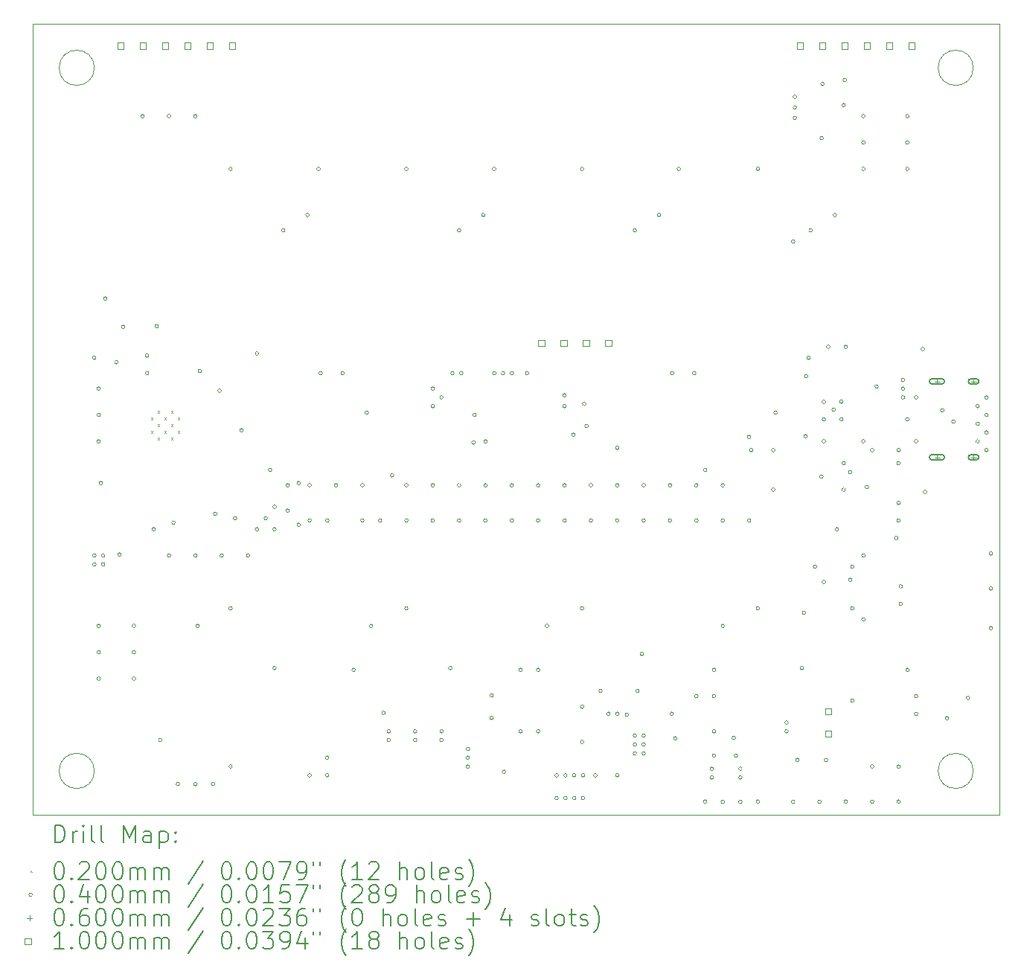
<source format=gbr>
%TF.GenerationSoftware,KiCad,Pcbnew,(6.0.10-0)*%
%TF.CreationDate,2023-01-31T00:07:47+01:00*%
%TF.ProjectId,breast-module-proto-v1,62726561-7374-42d6-9d6f-64756c652d70,Proto V1*%
%TF.SameCoordinates,Original*%
%TF.FileFunction,Drillmap*%
%TF.FilePolarity,Positive*%
%FSLAX45Y45*%
G04 Gerber Fmt 4.5, Leading zero omitted, Abs format (unit mm)*
G04 Created by KiCad (PCBNEW (6.0.10-0)) date 2023-01-31 00:07:47*
%MOMM*%
%LPD*%
G01*
G04 APERTURE LIST*
%ADD10C,0.100000*%
%ADD11C,0.200000*%
%ADD12C,0.020000*%
%ADD13C,0.040000*%
%ADD14C,0.060000*%
G04 APERTURE END LIST*
D10*
X19750000Y-5650000D02*
G75*
G03*
X19750000Y-5650000I-200000J0D01*
G01*
X9050000Y-14150000D02*
X20050000Y-14150000D01*
X20050000Y-14150000D02*
X20050000Y-5150000D01*
X20050000Y-5150000D02*
X9050000Y-5150000D01*
X9050000Y-5150000D02*
X9050000Y-14150000D01*
X9750000Y-13650000D02*
G75*
G03*
X9750000Y-13650000I-200000J0D01*
G01*
X19750000Y-13650000D02*
G75*
G03*
X19750000Y-13650000I-200000J0D01*
G01*
X9750000Y-5650000D02*
G75*
G03*
X9750000Y-5650000I-200000J0D01*
G01*
D11*
D12*
X10396500Y-9631750D02*
X10416500Y-9651750D01*
X10416500Y-9631750D02*
X10396500Y-9651750D01*
X10396500Y-9784250D02*
X10416500Y-9804250D01*
X10416500Y-9784250D02*
X10396500Y-9804250D01*
X10472750Y-9555500D02*
X10492750Y-9575500D01*
X10492750Y-9555500D02*
X10472750Y-9575500D01*
X10472750Y-9708000D02*
X10492750Y-9728000D01*
X10492750Y-9708000D02*
X10472750Y-9728000D01*
X10472750Y-9860500D02*
X10492750Y-9880500D01*
X10492750Y-9860500D02*
X10472750Y-9880500D01*
X10549000Y-9631750D02*
X10569000Y-9651750D01*
X10569000Y-9631750D02*
X10549000Y-9651750D01*
X10549000Y-9784250D02*
X10569000Y-9804250D01*
X10569000Y-9784250D02*
X10549000Y-9804250D01*
X10625250Y-9555500D02*
X10645250Y-9575500D01*
X10645250Y-9555500D02*
X10625250Y-9575500D01*
X10625250Y-9708000D02*
X10645250Y-9728000D01*
X10645250Y-9708000D02*
X10625250Y-9728000D01*
X10625250Y-9860500D02*
X10645250Y-9880500D01*
X10645250Y-9860500D02*
X10625250Y-9880500D01*
X10701500Y-9631750D02*
X10721500Y-9651750D01*
X10721500Y-9631750D02*
X10701500Y-9651750D01*
X10701500Y-9784250D02*
X10721500Y-9804250D01*
X10721500Y-9784250D02*
X10701500Y-9804250D01*
D13*
X9770000Y-8950000D02*
G75*
G03*
X9770000Y-8950000I-20000J0D01*
G01*
X9770000Y-11200000D02*
G75*
G03*
X9770000Y-11200000I-20000J0D01*
G01*
X9770000Y-11300000D02*
G75*
G03*
X9770000Y-11300000I-20000J0D01*
G01*
X9820000Y-9300000D02*
G75*
G03*
X9820000Y-9300000I-20000J0D01*
G01*
X9820000Y-9600000D02*
G75*
G03*
X9820000Y-9600000I-20000J0D01*
G01*
X9820000Y-9900000D02*
G75*
G03*
X9820000Y-9900000I-20000J0D01*
G01*
X9820000Y-12000000D02*
G75*
G03*
X9820000Y-12000000I-20000J0D01*
G01*
X9820000Y-12300000D02*
G75*
G03*
X9820000Y-12300000I-20000J0D01*
G01*
X9820000Y-12600000D02*
G75*
G03*
X9820000Y-12600000I-20000J0D01*
G01*
X9845000Y-10375000D02*
G75*
G03*
X9845000Y-10375000I-20000J0D01*
G01*
X9870000Y-11200000D02*
G75*
G03*
X9870000Y-11200000I-20000J0D01*
G01*
X9870000Y-11300000D02*
G75*
G03*
X9870000Y-11300000I-20000J0D01*
G01*
X9895000Y-8275000D02*
G75*
G03*
X9895000Y-8275000I-20000J0D01*
G01*
X10020000Y-9000000D02*
G75*
G03*
X10020000Y-9000000I-20000J0D01*
G01*
X10057500Y-11187500D02*
G75*
G03*
X10057500Y-11187500I-20000J0D01*
G01*
X10099000Y-8596000D02*
G75*
G03*
X10099000Y-8596000I-20000J0D01*
G01*
X10220000Y-12000000D02*
G75*
G03*
X10220000Y-12000000I-20000J0D01*
G01*
X10220000Y-12300000D02*
G75*
G03*
X10220000Y-12300000I-20000J0D01*
G01*
X10220000Y-12600000D02*
G75*
G03*
X10220000Y-12600000I-20000J0D01*
G01*
X10320000Y-6200000D02*
G75*
G03*
X10320000Y-6200000I-20000J0D01*
G01*
X10370000Y-8925000D02*
G75*
G03*
X10370000Y-8925000I-20000J0D01*
G01*
X10370000Y-9125000D02*
G75*
G03*
X10370000Y-9125000I-20000J0D01*
G01*
X10445000Y-10900000D02*
G75*
G03*
X10445000Y-10900000I-20000J0D01*
G01*
X10480000Y-8590000D02*
G75*
G03*
X10480000Y-8590000I-20000J0D01*
G01*
X10520000Y-13300000D02*
G75*
G03*
X10520000Y-13300000I-20000J0D01*
G01*
X10620000Y-6200000D02*
G75*
G03*
X10620000Y-6200000I-20000J0D01*
G01*
X10620000Y-11200000D02*
G75*
G03*
X10620000Y-11200000I-20000J0D01*
G01*
X10670000Y-10825000D02*
G75*
G03*
X10670000Y-10825000I-20000J0D01*
G01*
X10720000Y-13800000D02*
G75*
G03*
X10720000Y-13800000I-20000J0D01*
G01*
X10920000Y-6200000D02*
G75*
G03*
X10920000Y-6200000I-20000J0D01*
G01*
X10920000Y-11200000D02*
G75*
G03*
X10920000Y-11200000I-20000J0D01*
G01*
X10920000Y-13800000D02*
G75*
G03*
X10920000Y-13800000I-20000J0D01*
G01*
X10945000Y-12000000D02*
G75*
G03*
X10945000Y-12000000I-20000J0D01*
G01*
X10970000Y-9100000D02*
G75*
G03*
X10970000Y-9100000I-20000J0D01*
G01*
X11120000Y-13800000D02*
G75*
G03*
X11120000Y-13800000I-20000J0D01*
G01*
X11145000Y-10725000D02*
G75*
G03*
X11145000Y-10725000I-20000J0D01*
G01*
X11195000Y-9325000D02*
G75*
G03*
X11195000Y-9325000I-20000J0D01*
G01*
X11220000Y-11200000D02*
G75*
G03*
X11220000Y-11200000I-20000J0D01*
G01*
X11320000Y-6800000D02*
G75*
G03*
X11320000Y-6800000I-20000J0D01*
G01*
X11320000Y-11800000D02*
G75*
G03*
X11320000Y-11800000I-20000J0D01*
G01*
X11320000Y-13600000D02*
G75*
G03*
X11320000Y-13600000I-20000J0D01*
G01*
X11370000Y-10775000D02*
G75*
G03*
X11370000Y-10775000I-20000J0D01*
G01*
X11445000Y-9775000D02*
G75*
G03*
X11445000Y-9775000I-20000J0D01*
G01*
X11520000Y-11200000D02*
G75*
G03*
X11520000Y-11200000I-20000J0D01*
G01*
X11620000Y-8900000D02*
G75*
G03*
X11620000Y-8900000I-20000J0D01*
G01*
X11620000Y-10900000D02*
G75*
G03*
X11620000Y-10900000I-20000J0D01*
G01*
X11720000Y-10775000D02*
G75*
G03*
X11720000Y-10775000I-20000J0D01*
G01*
X11770000Y-10225000D02*
G75*
G03*
X11770000Y-10225000I-20000J0D01*
G01*
X11820000Y-10900000D02*
G75*
G03*
X11820000Y-10900000I-20000J0D01*
G01*
X11820000Y-12480000D02*
G75*
G03*
X11820000Y-12480000I-20000J0D01*
G01*
X11821371Y-10643050D02*
G75*
G03*
X11821371Y-10643050I-20000J0D01*
G01*
X11920000Y-7500000D02*
G75*
G03*
X11920000Y-7500000I-20000J0D01*
G01*
X11970000Y-10400000D02*
G75*
G03*
X11970000Y-10400000I-20000J0D01*
G01*
X11970000Y-10688450D02*
G75*
G03*
X11970000Y-10688450I-20000J0D01*
G01*
X12095000Y-10375000D02*
G75*
G03*
X12095000Y-10375000I-20000J0D01*
G01*
X12095000Y-10850000D02*
G75*
G03*
X12095000Y-10850000I-20000J0D01*
G01*
X12195000Y-7325000D02*
G75*
G03*
X12195000Y-7325000I-20000J0D01*
G01*
X12220000Y-10400000D02*
G75*
G03*
X12220000Y-10400000I-20000J0D01*
G01*
X12220000Y-10800000D02*
G75*
G03*
X12220000Y-10800000I-20000J0D01*
G01*
X12220000Y-13700000D02*
G75*
G03*
X12220000Y-13700000I-20000J0D01*
G01*
X12320000Y-6800000D02*
G75*
G03*
X12320000Y-6800000I-20000J0D01*
G01*
X12345000Y-9125000D02*
G75*
G03*
X12345000Y-9125000I-20000J0D01*
G01*
X12420000Y-10800000D02*
G75*
G03*
X12420000Y-10800000I-20000J0D01*
G01*
X12420000Y-13500000D02*
G75*
G03*
X12420000Y-13500000I-20000J0D01*
G01*
X12420000Y-13700000D02*
G75*
G03*
X12420000Y-13700000I-20000J0D01*
G01*
X12520000Y-10400000D02*
G75*
G03*
X12520000Y-10400000I-20000J0D01*
G01*
X12595000Y-9125000D02*
G75*
G03*
X12595000Y-9125000I-20000J0D01*
G01*
X12720000Y-12500000D02*
G75*
G03*
X12720000Y-12500000I-20000J0D01*
G01*
X12820000Y-10400000D02*
G75*
G03*
X12820000Y-10400000I-20000J0D01*
G01*
X12820000Y-10800000D02*
G75*
G03*
X12820000Y-10800000I-20000J0D01*
G01*
X12870000Y-9575000D02*
G75*
G03*
X12870000Y-9575000I-20000J0D01*
G01*
X12920000Y-12000000D02*
G75*
G03*
X12920000Y-12000000I-20000J0D01*
G01*
X13020000Y-10800000D02*
G75*
G03*
X13020000Y-10800000I-20000J0D01*
G01*
X13060000Y-12990000D02*
G75*
G03*
X13060000Y-12990000I-20000J0D01*
G01*
X13120000Y-13200000D02*
G75*
G03*
X13120000Y-13200000I-20000J0D01*
G01*
X13120000Y-13300000D02*
G75*
G03*
X13120000Y-13300000I-20000J0D01*
G01*
X13157500Y-10287500D02*
G75*
G03*
X13157500Y-10287500I-20000J0D01*
G01*
X13320000Y-6800000D02*
G75*
G03*
X13320000Y-6800000I-20000J0D01*
G01*
X13320000Y-10400000D02*
G75*
G03*
X13320000Y-10400000I-20000J0D01*
G01*
X13320000Y-10800000D02*
G75*
G03*
X13320000Y-10800000I-20000J0D01*
G01*
X13320000Y-11800000D02*
G75*
G03*
X13320000Y-11800000I-20000J0D01*
G01*
X13420000Y-13200000D02*
G75*
G03*
X13420000Y-13200000I-20000J0D01*
G01*
X13420000Y-13300000D02*
G75*
G03*
X13420000Y-13300000I-20000J0D01*
G01*
X13620000Y-9300000D02*
G75*
G03*
X13620000Y-9300000I-20000J0D01*
G01*
X13620000Y-9500000D02*
G75*
G03*
X13620000Y-9500000I-20000J0D01*
G01*
X13620000Y-10400000D02*
G75*
G03*
X13620000Y-10400000I-20000J0D01*
G01*
X13620000Y-10800000D02*
G75*
G03*
X13620000Y-10800000I-20000J0D01*
G01*
X13720000Y-9400000D02*
G75*
G03*
X13720000Y-9400000I-20000J0D01*
G01*
X13720000Y-13200000D02*
G75*
G03*
X13720000Y-13200000I-20000J0D01*
G01*
X13720000Y-13300000D02*
G75*
G03*
X13720000Y-13300000I-20000J0D01*
G01*
X13820000Y-12480000D02*
G75*
G03*
X13820000Y-12480000I-20000J0D01*
G01*
X13845000Y-9125000D02*
G75*
G03*
X13845000Y-9125000I-20000J0D01*
G01*
X13920000Y-7500000D02*
G75*
G03*
X13920000Y-7500000I-20000J0D01*
G01*
X13920000Y-10400000D02*
G75*
G03*
X13920000Y-10400000I-20000J0D01*
G01*
X13920000Y-10800000D02*
G75*
G03*
X13920000Y-10800000I-20000J0D01*
G01*
X13945000Y-9125000D02*
G75*
G03*
X13945000Y-9125000I-20000J0D01*
G01*
X14020000Y-13400000D02*
G75*
G03*
X14020000Y-13400000I-20000J0D01*
G01*
X14020000Y-13500000D02*
G75*
G03*
X14020000Y-13500000I-20000J0D01*
G01*
X14020000Y-13600000D02*
G75*
G03*
X14020000Y-13600000I-20000J0D01*
G01*
X14084000Y-9914000D02*
G75*
G03*
X14084000Y-9914000I-20000J0D01*
G01*
X14095000Y-9600000D02*
G75*
G03*
X14095000Y-9600000I-20000J0D01*
G01*
X14195000Y-7325000D02*
G75*
G03*
X14195000Y-7325000I-20000J0D01*
G01*
X14220000Y-9900000D02*
G75*
G03*
X14220000Y-9900000I-20000J0D01*
G01*
X14220000Y-10400000D02*
G75*
G03*
X14220000Y-10400000I-20000J0D01*
G01*
X14220000Y-10800000D02*
G75*
G03*
X14220000Y-10800000I-20000J0D01*
G01*
X14290000Y-12790000D02*
G75*
G03*
X14290000Y-12790000I-20000J0D01*
G01*
X14290000Y-13047650D02*
G75*
G03*
X14290000Y-13047650I-20000J0D01*
G01*
X14320000Y-6800000D02*
G75*
G03*
X14320000Y-6800000I-20000J0D01*
G01*
X14320000Y-9125000D02*
G75*
G03*
X14320000Y-9125000I-20000J0D01*
G01*
X14420000Y-9125000D02*
G75*
G03*
X14420000Y-9125000I-20000J0D01*
G01*
X14430000Y-13660000D02*
G75*
G03*
X14430000Y-13660000I-20000J0D01*
G01*
X14520000Y-9125000D02*
G75*
G03*
X14520000Y-9125000I-20000J0D01*
G01*
X14520000Y-10400000D02*
G75*
G03*
X14520000Y-10400000I-20000J0D01*
G01*
X14520000Y-10800000D02*
G75*
G03*
X14520000Y-10800000I-20000J0D01*
G01*
X14620000Y-12500000D02*
G75*
G03*
X14620000Y-12500000I-20000J0D01*
G01*
X14620000Y-13200000D02*
G75*
G03*
X14620000Y-13200000I-20000J0D01*
G01*
X14695000Y-9125000D02*
G75*
G03*
X14695000Y-9125000I-20000J0D01*
G01*
X14820000Y-10400000D02*
G75*
G03*
X14820000Y-10400000I-20000J0D01*
G01*
X14820000Y-10800000D02*
G75*
G03*
X14820000Y-10800000I-20000J0D01*
G01*
X14820000Y-12500000D02*
G75*
G03*
X14820000Y-12500000I-20000J0D01*
G01*
X14820000Y-13200000D02*
G75*
G03*
X14820000Y-13200000I-20000J0D01*
G01*
X14920000Y-12000000D02*
G75*
G03*
X14920000Y-12000000I-20000J0D01*
G01*
X15030000Y-13700000D02*
G75*
G03*
X15030000Y-13700000I-20000J0D01*
G01*
X15030000Y-13960000D02*
G75*
G03*
X15030000Y-13960000I-20000J0D01*
G01*
X15120000Y-9375000D02*
G75*
G03*
X15120000Y-9375000I-20000J0D01*
G01*
X15120000Y-9500000D02*
G75*
G03*
X15120000Y-9500000I-20000J0D01*
G01*
X15120000Y-10400000D02*
G75*
G03*
X15120000Y-10400000I-20000J0D01*
G01*
X15120000Y-10800000D02*
G75*
G03*
X15120000Y-10800000I-20000J0D01*
G01*
X15130000Y-13700000D02*
G75*
G03*
X15130000Y-13700000I-20000J0D01*
G01*
X15130000Y-13960000D02*
G75*
G03*
X15130000Y-13960000I-20000J0D01*
G01*
X15220000Y-9825000D02*
G75*
G03*
X15220000Y-9825000I-20000J0D01*
G01*
X15230000Y-13700000D02*
G75*
G03*
X15230000Y-13700000I-20000J0D01*
G01*
X15230000Y-13960000D02*
G75*
G03*
X15230000Y-13960000I-20000J0D01*
G01*
X15320000Y-6800000D02*
G75*
G03*
X15320000Y-6800000I-20000J0D01*
G01*
X15320000Y-11800000D02*
G75*
G03*
X15320000Y-11800000I-20000J0D01*
G01*
X15320000Y-12920000D02*
G75*
G03*
X15320000Y-12920000I-20000J0D01*
G01*
X15320000Y-13320000D02*
G75*
G03*
X15320000Y-13320000I-20000J0D01*
G01*
X15330000Y-13700000D02*
G75*
G03*
X15330000Y-13700000I-20000J0D01*
G01*
X15330000Y-13960000D02*
G75*
G03*
X15330000Y-13960000I-20000J0D01*
G01*
X15345000Y-9475000D02*
G75*
G03*
X15345000Y-9475000I-20000J0D01*
G01*
X15370000Y-9725000D02*
G75*
G03*
X15370000Y-9725000I-20000J0D01*
G01*
X15420000Y-10400000D02*
G75*
G03*
X15420000Y-10400000I-20000J0D01*
G01*
X15420000Y-10800000D02*
G75*
G03*
X15420000Y-10800000I-20000J0D01*
G01*
X15470000Y-13700000D02*
G75*
G03*
X15470000Y-13700000I-20000J0D01*
G01*
X15530000Y-12740000D02*
G75*
G03*
X15530000Y-12740000I-20000J0D01*
G01*
X15620000Y-13000000D02*
G75*
G03*
X15620000Y-13000000I-20000J0D01*
G01*
X15720000Y-9975000D02*
G75*
G03*
X15720000Y-9975000I-20000J0D01*
G01*
X15720000Y-10400000D02*
G75*
G03*
X15720000Y-10400000I-20000J0D01*
G01*
X15720000Y-10800000D02*
G75*
G03*
X15720000Y-10800000I-20000J0D01*
G01*
X15720000Y-13000000D02*
G75*
G03*
X15720000Y-13000000I-20000J0D01*
G01*
X15720000Y-13700000D02*
G75*
G03*
X15720000Y-13700000I-20000J0D01*
G01*
X15830000Y-13010000D02*
G75*
G03*
X15830000Y-13010000I-20000J0D01*
G01*
X15920000Y-7500000D02*
G75*
G03*
X15920000Y-7500000I-20000J0D01*
G01*
X15920000Y-13250000D02*
G75*
G03*
X15920000Y-13250000I-20000J0D01*
G01*
X15920000Y-13350000D02*
G75*
G03*
X15920000Y-13350000I-20000J0D01*
G01*
X15920000Y-13450000D02*
G75*
G03*
X15920000Y-13450000I-20000J0D01*
G01*
X15950000Y-12740000D02*
G75*
G03*
X15950000Y-12740000I-20000J0D01*
G01*
X16000000Y-12320000D02*
G75*
G03*
X16000000Y-12320000I-20000J0D01*
G01*
X16020000Y-10400000D02*
G75*
G03*
X16020000Y-10400000I-20000J0D01*
G01*
X16020000Y-10800000D02*
G75*
G03*
X16020000Y-10800000I-20000J0D01*
G01*
X16020000Y-13250000D02*
G75*
G03*
X16020000Y-13250000I-20000J0D01*
G01*
X16020000Y-13350000D02*
G75*
G03*
X16020000Y-13350000I-20000J0D01*
G01*
X16020000Y-13450000D02*
G75*
G03*
X16020000Y-13450000I-20000J0D01*
G01*
X16195000Y-7325000D02*
G75*
G03*
X16195000Y-7325000I-20000J0D01*
G01*
X16320000Y-10400000D02*
G75*
G03*
X16320000Y-10400000I-20000J0D01*
G01*
X16320000Y-10800000D02*
G75*
G03*
X16320000Y-10800000I-20000J0D01*
G01*
X16340000Y-13000000D02*
G75*
G03*
X16340000Y-13000000I-20000J0D01*
G01*
X16345000Y-9125000D02*
G75*
G03*
X16345000Y-9125000I-20000J0D01*
G01*
X16380000Y-13280000D02*
G75*
G03*
X16380000Y-13280000I-20000J0D01*
G01*
X16420000Y-6800000D02*
G75*
G03*
X16420000Y-6800000I-20000J0D01*
G01*
X16595000Y-9125000D02*
G75*
G03*
X16595000Y-9125000I-20000J0D01*
G01*
X16620000Y-10400000D02*
G75*
G03*
X16620000Y-10400000I-20000J0D01*
G01*
X16620000Y-10800000D02*
G75*
G03*
X16620000Y-10800000I-20000J0D01*
G01*
X16620000Y-12800000D02*
G75*
G03*
X16620000Y-12800000I-20000J0D01*
G01*
X16720000Y-10225000D02*
G75*
G03*
X16720000Y-10225000I-20000J0D01*
G01*
X16720000Y-14000000D02*
G75*
G03*
X16720000Y-14000000I-20000J0D01*
G01*
X16795000Y-13625000D02*
G75*
G03*
X16795000Y-13625000I-20000J0D01*
G01*
X16795000Y-13725000D02*
G75*
G03*
X16795000Y-13725000I-20000J0D01*
G01*
X16820000Y-12500000D02*
G75*
G03*
X16820000Y-12500000I-20000J0D01*
G01*
X16820000Y-12800000D02*
G75*
G03*
X16820000Y-12800000I-20000J0D01*
G01*
X16820000Y-13200000D02*
G75*
G03*
X16820000Y-13200000I-20000J0D01*
G01*
X16820000Y-13475000D02*
G75*
G03*
X16820000Y-13475000I-20000J0D01*
G01*
X16920000Y-10400000D02*
G75*
G03*
X16920000Y-10400000I-20000J0D01*
G01*
X16920000Y-10800000D02*
G75*
G03*
X16920000Y-10800000I-20000J0D01*
G01*
X16920000Y-12000000D02*
G75*
G03*
X16920000Y-12000000I-20000J0D01*
G01*
X16920000Y-14000000D02*
G75*
G03*
X16920000Y-14000000I-20000J0D01*
G01*
X17045000Y-13275000D02*
G75*
G03*
X17045000Y-13275000I-20000J0D01*
G01*
X17070000Y-13475000D02*
G75*
G03*
X17070000Y-13475000I-20000J0D01*
G01*
X17120000Y-13625000D02*
G75*
G03*
X17120000Y-13625000I-20000J0D01*
G01*
X17120000Y-13725000D02*
G75*
G03*
X17120000Y-13725000I-20000J0D01*
G01*
X17120000Y-14000000D02*
G75*
G03*
X17120000Y-14000000I-20000J0D01*
G01*
X17220000Y-9850000D02*
G75*
G03*
X17220000Y-9850000I-20000J0D01*
G01*
X17220000Y-10800000D02*
G75*
G03*
X17220000Y-10800000I-20000J0D01*
G01*
X17245000Y-10000000D02*
G75*
G03*
X17245000Y-10000000I-20000J0D01*
G01*
X17320000Y-6800000D02*
G75*
G03*
X17320000Y-6800000I-20000J0D01*
G01*
X17320000Y-11800000D02*
G75*
G03*
X17320000Y-11800000I-20000J0D01*
G01*
X17320000Y-14000000D02*
G75*
G03*
X17320000Y-14000000I-20000J0D01*
G01*
X17495000Y-10000000D02*
G75*
G03*
X17495000Y-10000000I-20000J0D01*
G01*
X17495000Y-10450000D02*
G75*
G03*
X17495000Y-10450000I-20000J0D01*
G01*
X17520000Y-9575000D02*
G75*
G03*
X17520000Y-9575000I-20000J0D01*
G01*
X17645000Y-13100000D02*
G75*
G03*
X17645000Y-13100000I-20000J0D01*
G01*
X17645000Y-13200000D02*
G75*
G03*
X17645000Y-13200000I-20000J0D01*
G01*
X17720000Y-7625000D02*
G75*
G03*
X17720000Y-7625000I-20000J0D01*
G01*
X17720000Y-14000000D02*
G75*
G03*
X17720000Y-14000000I-20000J0D01*
G01*
X17740000Y-5980000D02*
G75*
G03*
X17740000Y-5980000I-20000J0D01*
G01*
X17740000Y-6100000D02*
G75*
G03*
X17740000Y-6100000I-20000J0D01*
G01*
X17740000Y-6220000D02*
G75*
G03*
X17740000Y-6220000I-20000J0D01*
G01*
X17770000Y-13525000D02*
G75*
G03*
X17770000Y-13525000I-20000J0D01*
G01*
X17820000Y-12480000D02*
G75*
G03*
X17820000Y-12480000I-20000J0D01*
G01*
X17845000Y-11850000D02*
G75*
G03*
X17845000Y-11850000I-20000J0D01*
G01*
X17861837Y-9840338D02*
G75*
G03*
X17861837Y-9840338I-20000J0D01*
G01*
X17869520Y-9157828D02*
G75*
G03*
X17869520Y-9157828I-20000J0D01*
G01*
X17895000Y-8950000D02*
G75*
G03*
X17895000Y-8950000I-20000J0D01*
G01*
X17920000Y-7500000D02*
G75*
G03*
X17920000Y-7500000I-20000J0D01*
G01*
X17970000Y-11325000D02*
G75*
G03*
X17970000Y-11325000I-20000J0D01*
G01*
X18020000Y-14000000D02*
G75*
G03*
X18020000Y-14000000I-20000J0D01*
G01*
X18042650Y-10300000D02*
G75*
G03*
X18042650Y-10300000I-20000J0D01*
G01*
X18045000Y-6450000D02*
G75*
G03*
X18045000Y-6450000I-20000J0D01*
G01*
X18054000Y-5834000D02*
G75*
G03*
X18054000Y-5834000I-20000J0D01*
G01*
X18070000Y-9450000D02*
G75*
G03*
X18070000Y-9450000I-20000J0D01*
G01*
X18070000Y-9650000D02*
G75*
G03*
X18070000Y-9650000I-20000J0D01*
G01*
X18070000Y-9900000D02*
G75*
G03*
X18070000Y-9900000I-20000J0D01*
G01*
X18070000Y-11500000D02*
G75*
G03*
X18070000Y-11500000I-20000J0D01*
G01*
X18095000Y-13525000D02*
G75*
G03*
X18095000Y-13525000I-20000J0D01*
G01*
X18120000Y-8825000D02*
G75*
G03*
X18120000Y-8825000I-20000J0D01*
G01*
X18181250Y-9538750D02*
G75*
G03*
X18181250Y-9538750I-20000J0D01*
G01*
X18195000Y-7325000D02*
G75*
G03*
X18195000Y-7325000I-20000J0D01*
G01*
X18220000Y-10900000D02*
G75*
G03*
X18220000Y-10900000I-20000J0D01*
G01*
X18270000Y-9450000D02*
G75*
G03*
X18270000Y-9450000I-20000J0D01*
G01*
X18270000Y-9650000D02*
G75*
G03*
X18270000Y-9650000I-20000J0D01*
G01*
X18295000Y-6075000D02*
G75*
G03*
X18295000Y-6075000I-20000J0D01*
G01*
X18295000Y-10150000D02*
G75*
G03*
X18295000Y-10150000I-20000J0D01*
G01*
X18295000Y-10450000D02*
G75*
G03*
X18295000Y-10450000I-20000J0D01*
G01*
X18308000Y-5788000D02*
G75*
G03*
X18308000Y-5788000I-20000J0D01*
G01*
X18320000Y-8825000D02*
G75*
G03*
X18320000Y-8825000I-20000J0D01*
G01*
X18320000Y-14000000D02*
G75*
G03*
X18320000Y-14000000I-20000J0D01*
G01*
X18370000Y-10250000D02*
G75*
G03*
X18370000Y-10250000I-20000J0D01*
G01*
X18370000Y-11475000D02*
G75*
G03*
X18370000Y-11475000I-20000J0D01*
G01*
X18395000Y-11325000D02*
G75*
G03*
X18395000Y-11325000I-20000J0D01*
G01*
X18395000Y-11800000D02*
G75*
G03*
X18395000Y-11800000I-20000J0D01*
G01*
X18395000Y-12850000D02*
G75*
G03*
X18395000Y-12850000I-20000J0D01*
G01*
X18520000Y-6200000D02*
G75*
G03*
X18520000Y-6200000I-20000J0D01*
G01*
X18520000Y-6500000D02*
G75*
G03*
X18520000Y-6500000I-20000J0D01*
G01*
X18520000Y-6800000D02*
G75*
G03*
X18520000Y-6800000I-20000J0D01*
G01*
X18520000Y-9900000D02*
G75*
G03*
X18520000Y-9900000I-20000J0D01*
G01*
X18520000Y-11200000D02*
G75*
G03*
X18520000Y-11200000I-20000J0D01*
G01*
X18520000Y-11925000D02*
G75*
G03*
X18520000Y-11925000I-20000J0D01*
G01*
X18560000Y-10420000D02*
G75*
G03*
X18560000Y-10420000I-20000J0D01*
G01*
X18620000Y-10000000D02*
G75*
G03*
X18620000Y-10000000I-20000J0D01*
G01*
X18620000Y-13600000D02*
G75*
G03*
X18620000Y-13600000I-20000J0D01*
G01*
X18620000Y-14000000D02*
G75*
G03*
X18620000Y-14000000I-20000J0D01*
G01*
X18670000Y-9275000D02*
G75*
G03*
X18670000Y-9275000I-20000J0D01*
G01*
X18895000Y-11000000D02*
G75*
G03*
X18895000Y-11000000I-20000J0D01*
G01*
X18920000Y-10000000D02*
G75*
G03*
X18920000Y-10000000I-20000J0D01*
G01*
X18920000Y-10150000D02*
G75*
G03*
X18920000Y-10150000I-20000J0D01*
G01*
X18920000Y-10600000D02*
G75*
G03*
X18920000Y-10600000I-20000J0D01*
G01*
X18920000Y-10800000D02*
G75*
G03*
X18920000Y-10800000I-20000J0D01*
G01*
X18920000Y-13600000D02*
G75*
G03*
X18920000Y-13600000I-20000J0D01*
G01*
X18920000Y-14000000D02*
G75*
G03*
X18920000Y-14000000I-20000J0D01*
G01*
X18945000Y-11550000D02*
G75*
G03*
X18945000Y-11550000I-20000J0D01*
G01*
X18945000Y-11750000D02*
G75*
G03*
X18945000Y-11750000I-20000J0D01*
G01*
X18970000Y-9200000D02*
G75*
G03*
X18970000Y-9200000I-20000J0D01*
G01*
X18970000Y-9300000D02*
G75*
G03*
X18970000Y-9300000I-20000J0D01*
G01*
X18970000Y-9400000D02*
G75*
G03*
X18970000Y-9400000I-20000J0D01*
G01*
X19020000Y-6200000D02*
G75*
G03*
X19020000Y-6200000I-20000J0D01*
G01*
X19020000Y-6500000D02*
G75*
G03*
X19020000Y-6500000I-20000J0D01*
G01*
X19020000Y-6800000D02*
G75*
G03*
X19020000Y-6800000I-20000J0D01*
G01*
X19020000Y-9650000D02*
G75*
G03*
X19020000Y-9650000I-20000J0D01*
G01*
X19020000Y-12500000D02*
G75*
G03*
X19020000Y-12500000I-20000J0D01*
G01*
X19120000Y-9400000D02*
G75*
G03*
X19120000Y-9400000I-20000J0D01*
G01*
X19120000Y-9900000D02*
G75*
G03*
X19120000Y-9900000I-20000J0D01*
G01*
X19120000Y-12800000D02*
G75*
G03*
X19120000Y-12800000I-20000J0D01*
G01*
X19120000Y-13000000D02*
G75*
G03*
X19120000Y-13000000I-20000J0D01*
G01*
X19195000Y-8850000D02*
G75*
G03*
X19195000Y-8850000I-20000J0D01*
G01*
X19220000Y-10475000D02*
G75*
G03*
X19220000Y-10475000I-20000J0D01*
G01*
X19418629Y-9547650D02*
G75*
G03*
X19418629Y-9547650I-20000J0D01*
G01*
X19470000Y-13050000D02*
G75*
G03*
X19470000Y-13050000I-20000J0D01*
G01*
X19545000Y-9675000D02*
G75*
G03*
X19545000Y-9675000I-20000J0D01*
G01*
X19710000Y-12820000D02*
G75*
G03*
X19710000Y-12820000I-20000J0D01*
G01*
X19820000Y-9500000D02*
G75*
G03*
X19820000Y-9500000I-20000J0D01*
G01*
X19820000Y-9700000D02*
G75*
G03*
X19820000Y-9700000I-20000J0D01*
G01*
X19820000Y-9900000D02*
G75*
G03*
X19820000Y-9900000I-20000J0D01*
G01*
X19920000Y-9400000D02*
G75*
G03*
X19920000Y-9400000I-20000J0D01*
G01*
X19920000Y-9600000D02*
G75*
G03*
X19920000Y-9600000I-20000J0D01*
G01*
X19920000Y-9800000D02*
G75*
G03*
X19920000Y-9800000I-20000J0D01*
G01*
X19920000Y-10000000D02*
G75*
G03*
X19920000Y-10000000I-20000J0D01*
G01*
X19970000Y-11175000D02*
G75*
G03*
X19970000Y-11175000I-20000J0D01*
G01*
X19970000Y-11575000D02*
G75*
G03*
X19970000Y-11575000I-20000J0D01*
G01*
X19970000Y-12025000D02*
G75*
G03*
X19970000Y-12025000I-20000J0D01*
G01*
D14*
X19337000Y-9188000D02*
X19337000Y-9248000D01*
X19307000Y-9218000D02*
X19367000Y-9218000D01*
D11*
X19282000Y-9248000D02*
X19392000Y-9248000D01*
X19282000Y-9188000D02*
X19392000Y-9188000D01*
X19392000Y-9248000D02*
G75*
G03*
X19392000Y-9188000I0J30000D01*
G01*
X19282000Y-9188000D02*
G75*
G03*
X19282000Y-9248000I0J-30000D01*
G01*
D14*
X19337000Y-10052000D02*
X19337000Y-10112000D01*
X19307000Y-10082000D02*
X19367000Y-10082000D01*
D11*
X19282000Y-10112000D02*
X19392000Y-10112000D01*
X19282000Y-10052000D02*
X19392000Y-10052000D01*
X19392000Y-10112000D02*
G75*
G03*
X19392000Y-10052000I0J30000D01*
G01*
X19282000Y-10052000D02*
G75*
G03*
X19282000Y-10112000I0J-30000D01*
G01*
D14*
X19755000Y-9188000D02*
X19755000Y-9248000D01*
X19725000Y-9218000D02*
X19785000Y-9218000D01*
D11*
X19725000Y-9248000D02*
X19785000Y-9248000D01*
X19725000Y-9188000D02*
X19785000Y-9188000D01*
X19785000Y-9248000D02*
G75*
G03*
X19785000Y-9188000I0J30000D01*
G01*
X19725000Y-9188000D02*
G75*
G03*
X19725000Y-9248000I0J-30000D01*
G01*
D14*
X19755000Y-10052000D02*
X19755000Y-10112000D01*
X19725000Y-10082000D02*
X19785000Y-10082000D01*
D11*
X19725000Y-10112000D02*
X19785000Y-10112000D01*
X19725000Y-10052000D02*
X19785000Y-10052000D01*
X19785000Y-10112000D02*
G75*
G03*
X19785000Y-10052000I0J30000D01*
G01*
X19725000Y-10052000D02*
G75*
G03*
X19725000Y-10112000I0J-30000D01*
G01*
D10*
X10085356Y-5435356D02*
X10085356Y-5364644D01*
X10014644Y-5364644D01*
X10014644Y-5435356D01*
X10085356Y-5435356D01*
X10339356Y-5435356D02*
X10339356Y-5364644D01*
X10268644Y-5364644D01*
X10268644Y-5435356D01*
X10339356Y-5435356D01*
X10593356Y-5435356D02*
X10593356Y-5364644D01*
X10522644Y-5364644D01*
X10522644Y-5435356D01*
X10593356Y-5435356D01*
X10847356Y-5435356D02*
X10847356Y-5364644D01*
X10776644Y-5364644D01*
X10776644Y-5435356D01*
X10847356Y-5435356D01*
X11101356Y-5435356D02*
X11101356Y-5364644D01*
X11030644Y-5364644D01*
X11030644Y-5435356D01*
X11101356Y-5435356D01*
X11355356Y-5435356D02*
X11355356Y-5364644D01*
X11284644Y-5364644D01*
X11284644Y-5435356D01*
X11355356Y-5435356D01*
X14873356Y-8817856D02*
X14873356Y-8747144D01*
X14802644Y-8747144D01*
X14802644Y-8817856D01*
X14873356Y-8817856D01*
X15127356Y-8817856D02*
X15127356Y-8747144D01*
X15056644Y-8747144D01*
X15056644Y-8817856D01*
X15127356Y-8817856D01*
X15381356Y-8817856D02*
X15381356Y-8747144D01*
X15310644Y-8747144D01*
X15310644Y-8817856D01*
X15381356Y-8817856D01*
X15635356Y-8817856D02*
X15635356Y-8747144D01*
X15564644Y-8747144D01*
X15564644Y-8817856D01*
X15635356Y-8817856D01*
X17815356Y-5435356D02*
X17815356Y-5364644D01*
X17744644Y-5364644D01*
X17744644Y-5435356D01*
X17815356Y-5435356D01*
X18069356Y-5435356D02*
X18069356Y-5364644D01*
X17998644Y-5364644D01*
X17998644Y-5435356D01*
X18069356Y-5435356D01*
X18135356Y-13010356D02*
X18135356Y-12939644D01*
X18064644Y-12939644D01*
X18064644Y-13010356D01*
X18135356Y-13010356D01*
X18135356Y-13260356D02*
X18135356Y-13189644D01*
X18064644Y-13189644D01*
X18064644Y-13260356D01*
X18135356Y-13260356D01*
X18323356Y-5435356D02*
X18323356Y-5364644D01*
X18252644Y-5364644D01*
X18252644Y-5435356D01*
X18323356Y-5435356D01*
X18577356Y-5435356D02*
X18577356Y-5364644D01*
X18506644Y-5364644D01*
X18506644Y-5435356D01*
X18577356Y-5435356D01*
X18831356Y-5435356D02*
X18831356Y-5364644D01*
X18760644Y-5364644D01*
X18760644Y-5435356D01*
X18831356Y-5435356D01*
X19085356Y-5435356D02*
X19085356Y-5364644D01*
X19014644Y-5364644D01*
X19014644Y-5435356D01*
X19085356Y-5435356D01*
D11*
X9302619Y-14465476D02*
X9302619Y-14265476D01*
X9350238Y-14265476D01*
X9378810Y-14275000D01*
X9397857Y-14294048D01*
X9407381Y-14313095D01*
X9416905Y-14351190D01*
X9416905Y-14379762D01*
X9407381Y-14417857D01*
X9397857Y-14436905D01*
X9378810Y-14455952D01*
X9350238Y-14465476D01*
X9302619Y-14465476D01*
X9502619Y-14465476D02*
X9502619Y-14332143D01*
X9502619Y-14370238D02*
X9512143Y-14351190D01*
X9521667Y-14341667D01*
X9540714Y-14332143D01*
X9559762Y-14332143D01*
X9626429Y-14465476D02*
X9626429Y-14332143D01*
X9626429Y-14265476D02*
X9616905Y-14275000D01*
X9626429Y-14284524D01*
X9635952Y-14275000D01*
X9626429Y-14265476D01*
X9626429Y-14284524D01*
X9750238Y-14465476D02*
X9731190Y-14455952D01*
X9721667Y-14436905D01*
X9721667Y-14265476D01*
X9855000Y-14465476D02*
X9835952Y-14455952D01*
X9826429Y-14436905D01*
X9826429Y-14265476D01*
X10083571Y-14465476D02*
X10083571Y-14265476D01*
X10150238Y-14408333D01*
X10216905Y-14265476D01*
X10216905Y-14465476D01*
X10397857Y-14465476D02*
X10397857Y-14360714D01*
X10388333Y-14341667D01*
X10369286Y-14332143D01*
X10331190Y-14332143D01*
X10312143Y-14341667D01*
X10397857Y-14455952D02*
X10378810Y-14465476D01*
X10331190Y-14465476D01*
X10312143Y-14455952D01*
X10302619Y-14436905D01*
X10302619Y-14417857D01*
X10312143Y-14398809D01*
X10331190Y-14389286D01*
X10378810Y-14389286D01*
X10397857Y-14379762D01*
X10493095Y-14332143D02*
X10493095Y-14532143D01*
X10493095Y-14341667D02*
X10512143Y-14332143D01*
X10550238Y-14332143D01*
X10569286Y-14341667D01*
X10578810Y-14351190D01*
X10588333Y-14370238D01*
X10588333Y-14427381D01*
X10578810Y-14446428D01*
X10569286Y-14455952D01*
X10550238Y-14465476D01*
X10512143Y-14465476D01*
X10493095Y-14455952D01*
X10674048Y-14446428D02*
X10683571Y-14455952D01*
X10674048Y-14465476D01*
X10664524Y-14455952D01*
X10674048Y-14446428D01*
X10674048Y-14465476D01*
X10674048Y-14341667D02*
X10683571Y-14351190D01*
X10674048Y-14360714D01*
X10664524Y-14351190D01*
X10674048Y-14341667D01*
X10674048Y-14360714D01*
D12*
X9025000Y-14785000D02*
X9045000Y-14805000D01*
X9045000Y-14785000D02*
X9025000Y-14805000D01*
D11*
X9340714Y-14685476D02*
X9359762Y-14685476D01*
X9378810Y-14695000D01*
X9388333Y-14704524D01*
X9397857Y-14723571D01*
X9407381Y-14761667D01*
X9407381Y-14809286D01*
X9397857Y-14847381D01*
X9388333Y-14866428D01*
X9378810Y-14875952D01*
X9359762Y-14885476D01*
X9340714Y-14885476D01*
X9321667Y-14875952D01*
X9312143Y-14866428D01*
X9302619Y-14847381D01*
X9293095Y-14809286D01*
X9293095Y-14761667D01*
X9302619Y-14723571D01*
X9312143Y-14704524D01*
X9321667Y-14695000D01*
X9340714Y-14685476D01*
X9493095Y-14866428D02*
X9502619Y-14875952D01*
X9493095Y-14885476D01*
X9483571Y-14875952D01*
X9493095Y-14866428D01*
X9493095Y-14885476D01*
X9578810Y-14704524D02*
X9588333Y-14695000D01*
X9607381Y-14685476D01*
X9655000Y-14685476D01*
X9674048Y-14695000D01*
X9683571Y-14704524D01*
X9693095Y-14723571D01*
X9693095Y-14742619D01*
X9683571Y-14771190D01*
X9569286Y-14885476D01*
X9693095Y-14885476D01*
X9816905Y-14685476D02*
X9835952Y-14685476D01*
X9855000Y-14695000D01*
X9864524Y-14704524D01*
X9874048Y-14723571D01*
X9883571Y-14761667D01*
X9883571Y-14809286D01*
X9874048Y-14847381D01*
X9864524Y-14866428D01*
X9855000Y-14875952D01*
X9835952Y-14885476D01*
X9816905Y-14885476D01*
X9797857Y-14875952D01*
X9788333Y-14866428D01*
X9778810Y-14847381D01*
X9769286Y-14809286D01*
X9769286Y-14761667D01*
X9778810Y-14723571D01*
X9788333Y-14704524D01*
X9797857Y-14695000D01*
X9816905Y-14685476D01*
X10007381Y-14685476D02*
X10026429Y-14685476D01*
X10045476Y-14695000D01*
X10055000Y-14704524D01*
X10064524Y-14723571D01*
X10074048Y-14761667D01*
X10074048Y-14809286D01*
X10064524Y-14847381D01*
X10055000Y-14866428D01*
X10045476Y-14875952D01*
X10026429Y-14885476D01*
X10007381Y-14885476D01*
X9988333Y-14875952D01*
X9978810Y-14866428D01*
X9969286Y-14847381D01*
X9959762Y-14809286D01*
X9959762Y-14761667D01*
X9969286Y-14723571D01*
X9978810Y-14704524D01*
X9988333Y-14695000D01*
X10007381Y-14685476D01*
X10159762Y-14885476D02*
X10159762Y-14752143D01*
X10159762Y-14771190D02*
X10169286Y-14761667D01*
X10188333Y-14752143D01*
X10216905Y-14752143D01*
X10235952Y-14761667D01*
X10245476Y-14780714D01*
X10245476Y-14885476D01*
X10245476Y-14780714D02*
X10255000Y-14761667D01*
X10274048Y-14752143D01*
X10302619Y-14752143D01*
X10321667Y-14761667D01*
X10331190Y-14780714D01*
X10331190Y-14885476D01*
X10426429Y-14885476D02*
X10426429Y-14752143D01*
X10426429Y-14771190D02*
X10435952Y-14761667D01*
X10455000Y-14752143D01*
X10483571Y-14752143D01*
X10502619Y-14761667D01*
X10512143Y-14780714D01*
X10512143Y-14885476D01*
X10512143Y-14780714D02*
X10521667Y-14761667D01*
X10540714Y-14752143D01*
X10569286Y-14752143D01*
X10588333Y-14761667D01*
X10597857Y-14780714D01*
X10597857Y-14885476D01*
X10988333Y-14675952D02*
X10816905Y-14933095D01*
X11245476Y-14685476D02*
X11264524Y-14685476D01*
X11283571Y-14695000D01*
X11293095Y-14704524D01*
X11302619Y-14723571D01*
X11312143Y-14761667D01*
X11312143Y-14809286D01*
X11302619Y-14847381D01*
X11293095Y-14866428D01*
X11283571Y-14875952D01*
X11264524Y-14885476D01*
X11245476Y-14885476D01*
X11226428Y-14875952D01*
X11216905Y-14866428D01*
X11207381Y-14847381D01*
X11197857Y-14809286D01*
X11197857Y-14761667D01*
X11207381Y-14723571D01*
X11216905Y-14704524D01*
X11226428Y-14695000D01*
X11245476Y-14685476D01*
X11397857Y-14866428D02*
X11407381Y-14875952D01*
X11397857Y-14885476D01*
X11388333Y-14875952D01*
X11397857Y-14866428D01*
X11397857Y-14885476D01*
X11531190Y-14685476D02*
X11550238Y-14685476D01*
X11569286Y-14695000D01*
X11578809Y-14704524D01*
X11588333Y-14723571D01*
X11597857Y-14761667D01*
X11597857Y-14809286D01*
X11588333Y-14847381D01*
X11578809Y-14866428D01*
X11569286Y-14875952D01*
X11550238Y-14885476D01*
X11531190Y-14885476D01*
X11512143Y-14875952D01*
X11502619Y-14866428D01*
X11493095Y-14847381D01*
X11483571Y-14809286D01*
X11483571Y-14761667D01*
X11493095Y-14723571D01*
X11502619Y-14704524D01*
X11512143Y-14695000D01*
X11531190Y-14685476D01*
X11721667Y-14685476D02*
X11740714Y-14685476D01*
X11759762Y-14695000D01*
X11769286Y-14704524D01*
X11778809Y-14723571D01*
X11788333Y-14761667D01*
X11788333Y-14809286D01*
X11778809Y-14847381D01*
X11769286Y-14866428D01*
X11759762Y-14875952D01*
X11740714Y-14885476D01*
X11721667Y-14885476D01*
X11702619Y-14875952D01*
X11693095Y-14866428D01*
X11683571Y-14847381D01*
X11674048Y-14809286D01*
X11674048Y-14761667D01*
X11683571Y-14723571D01*
X11693095Y-14704524D01*
X11702619Y-14695000D01*
X11721667Y-14685476D01*
X11855000Y-14685476D02*
X11988333Y-14685476D01*
X11902619Y-14885476D01*
X12074048Y-14885476D02*
X12112143Y-14885476D01*
X12131190Y-14875952D01*
X12140714Y-14866428D01*
X12159762Y-14837857D01*
X12169286Y-14799762D01*
X12169286Y-14723571D01*
X12159762Y-14704524D01*
X12150238Y-14695000D01*
X12131190Y-14685476D01*
X12093095Y-14685476D01*
X12074048Y-14695000D01*
X12064524Y-14704524D01*
X12055000Y-14723571D01*
X12055000Y-14771190D01*
X12064524Y-14790238D01*
X12074048Y-14799762D01*
X12093095Y-14809286D01*
X12131190Y-14809286D01*
X12150238Y-14799762D01*
X12159762Y-14790238D01*
X12169286Y-14771190D01*
X12245476Y-14685476D02*
X12245476Y-14723571D01*
X12321667Y-14685476D02*
X12321667Y-14723571D01*
X12616905Y-14961667D02*
X12607381Y-14952143D01*
X12588333Y-14923571D01*
X12578809Y-14904524D01*
X12569286Y-14875952D01*
X12559762Y-14828333D01*
X12559762Y-14790238D01*
X12569286Y-14742619D01*
X12578809Y-14714048D01*
X12588333Y-14695000D01*
X12607381Y-14666428D01*
X12616905Y-14656905D01*
X12797857Y-14885476D02*
X12683571Y-14885476D01*
X12740714Y-14885476D02*
X12740714Y-14685476D01*
X12721667Y-14714048D01*
X12702619Y-14733095D01*
X12683571Y-14742619D01*
X12874048Y-14704524D02*
X12883571Y-14695000D01*
X12902619Y-14685476D01*
X12950238Y-14685476D01*
X12969286Y-14695000D01*
X12978809Y-14704524D01*
X12988333Y-14723571D01*
X12988333Y-14742619D01*
X12978809Y-14771190D01*
X12864524Y-14885476D01*
X12988333Y-14885476D01*
X13226428Y-14885476D02*
X13226428Y-14685476D01*
X13312143Y-14885476D02*
X13312143Y-14780714D01*
X13302619Y-14761667D01*
X13283571Y-14752143D01*
X13255000Y-14752143D01*
X13235952Y-14761667D01*
X13226428Y-14771190D01*
X13435952Y-14885476D02*
X13416905Y-14875952D01*
X13407381Y-14866428D01*
X13397857Y-14847381D01*
X13397857Y-14790238D01*
X13407381Y-14771190D01*
X13416905Y-14761667D01*
X13435952Y-14752143D01*
X13464524Y-14752143D01*
X13483571Y-14761667D01*
X13493095Y-14771190D01*
X13502619Y-14790238D01*
X13502619Y-14847381D01*
X13493095Y-14866428D01*
X13483571Y-14875952D01*
X13464524Y-14885476D01*
X13435952Y-14885476D01*
X13616905Y-14885476D02*
X13597857Y-14875952D01*
X13588333Y-14856905D01*
X13588333Y-14685476D01*
X13769286Y-14875952D02*
X13750238Y-14885476D01*
X13712143Y-14885476D01*
X13693095Y-14875952D01*
X13683571Y-14856905D01*
X13683571Y-14780714D01*
X13693095Y-14761667D01*
X13712143Y-14752143D01*
X13750238Y-14752143D01*
X13769286Y-14761667D01*
X13778809Y-14780714D01*
X13778809Y-14799762D01*
X13683571Y-14818809D01*
X13855000Y-14875952D02*
X13874048Y-14885476D01*
X13912143Y-14885476D01*
X13931190Y-14875952D01*
X13940714Y-14856905D01*
X13940714Y-14847381D01*
X13931190Y-14828333D01*
X13912143Y-14818809D01*
X13883571Y-14818809D01*
X13864524Y-14809286D01*
X13855000Y-14790238D01*
X13855000Y-14780714D01*
X13864524Y-14761667D01*
X13883571Y-14752143D01*
X13912143Y-14752143D01*
X13931190Y-14761667D01*
X14007381Y-14961667D02*
X14016905Y-14952143D01*
X14035952Y-14923571D01*
X14045476Y-14904524D01*
X14055000Y-14875952D01*
X14064524Y-14828333D01*
X14064524Y-14790238D01*
X14055000Y-14742619D01*
X14045476Y-14714048D01*
X14035952Y-14695000D01*
X14016905Y-14666428D01*
X14007381Y-14656905D01*
D13*
X9045000Y-15059000D02*
G75*
G03*
X9045000Y-15059000I-20000J0D01*
G01*
D11*
X9340714Y-14949476D02*
X9359762Y-14949476D01*
X9378810Y-14959000D01*
X9388333Y-14968524D01*
X9397857Y-14987571D01*
X9407381Y-15025667D01*
X9407381Y-15073286D01*
X9397857Y-15111381D01*
X9388333Y-15130428D01*
X9378810Y-15139952D01*
X9359762Y-15149476D01*
X9340714Y-15149476D01*
X9321667Y-15139952D01*
X9312143Y-15130428D01*
X9302619Y-15111381D01*
X9293095Y-15073286D01*
X9293095Y-15025667D01*
X9302619Y-14987571D01*
X9312143Y-14968524D01*
X9321667Y-14959000D01*
X9340714Y-14949476D01*
X9493095Y-15130428D02*
X9502619Y-15139952D01*
X9493095Y-15149476D01*
X9483571Y-15139952D01*
X9493095Y-15130428D01*
X9493095Y-15149476D01*
X9674048Y-15016143D02*
X9674048Y-15149476D01*
X9626429Y-14939952D02*
X9578810Y-15082809D01*
X9702619Y-15082809D01*
X9816905Y-14949476D02*
X9835952Y-14949476D01*
X9855000Y-14959000D01*
X9864524Y-14968524D01*
X9874048Y-14987571D01*
X9883571Y-15025667D01*
X9883571Y-15073286D01*
X9874048Y-15111381D01*
X9864524Y-15130428D01*
X9855000Y-15139952D01*
X9835952Y-15149476D01*
X9816905Y-15149476D01*
X9797857Y-15139952D01*
X9788333Y-15130428D01*
X9778810Y-15111381D01*
X9769286Y-15073286D01*
X9769286Y-15025667D01*
X9778810Y-14987571D01*
X9788333Y-14968524D01*
X9797857Y-14959000D01*
X9816905Y-14949476D01*
X10007381Y-14949476D02*
X10026429Y-14949476D01*
X10045476Y-14959000D01*
X10055000Y-14968524D01*
X10064524Y-14987571D01*
X10074048Y-15025667D01*
X10074048Y-15073286D01*
X10064524Y-15111381D01*
X10055000Y-15130428D01*
X10045476Y-15139952D01*
X10026429Y-15149476D01*
X10007381Y-15149476D01*
X9988333Y-15139952D01*
X9978810Y-15130428D01*
X9969286Y-15111381D01*
X9959762Y-15073286D01*
X9959762Y-15025667D01*
X9969286Y-14987571D01*
X9978810Y-14968524D01*
X9988333Y-14959000D01*
X10007381Y-14949476D01*
X10159762Y-15149476D02*
X10159762Y-15016143D01*
X10159762Y-15035190D02*
X10169286Y-15025667D01*
X10188333Y-15016143D01*
X10216905Y-15016143D01*
X10235952Y-15025667D01*
X10245476Y-15044714D01*
X10245476Y-15149476D01*
X10245476Y-15044714D02*
X10255000Y-15025667D01*
X10274048Y-15016143D01*
X10302619Y-15016143D01*
X10321667Y-15025667D01*
X10331190Y-15044714D01*
X10331190Y-15149476D01*
X10426429Y-15149476D02*
X10426429Y-15016143D01*
X10426429Y-15035190D02*
X10435952Y-15025667D01*
X10455000Y-15016143D01*
X10483571Y-15016143D01*
X10502619Y-15025667D01*
X10512143Y-15044714D01*
X10512143Y-15149476D01*
X10512143Y-15044714D02*
X10521667Y-15025667D01*
X10540714Y-15016143D01*
X10569286Y-15016143D01*
X10588333Y-15025667D01*
X10597857Y-15044714D01*
X10597857Y-15149476D01*
X10988333Y-14939952D02*
X10816905Y-15197095D01*
X11245476Y-14949476D02*
X11264524Y-14949476D01*
X11283571Y-14959000D01*
X11293095Y-14968524D01*
X11302619Y-14987571D01*
X11312143Y-15025667D01*
X11312143Y-15073286D01*
X11302619Y-15111381D01*
X11293095Y-15130428D01*
X11283571Y-15139952D01*
X11264524Y-15149476D01*
X11245476Y-15149476D01*
X11226428Y-15139952D01*
X11216905Y-15130428D01*
X11207381Y-15111381D01*
X11197857Y-15073286D01*
X11197857Y-15025667D01*
X11207381Y-14987571D01*
X11216905Y-14968524D01*
X11226428Y-14959000D01*
X11245476Y-14949476D01*
X11397857Y-15130428D02*
X11407381Y-15139952D01*
X11397857Y-15149476D01*
X11388333Y-15139952D01*
X11397857Y-15130428D01*
X11397857Y-15149476D01*
X11531190Y-14949476D02*
X11550238Y-14949476D01*
X11569286Y-14959000D01*
X11578809Y-14968524D01*
X11588333Y-14987571D01*
X11597857Y-15025667D01*
X11597857Y-15073286D01*
X11588333Y-15111381D01*
X11578809Y-15130428D01*
X11569286Y-15139952D01*
X11550238Y-15149476D01*
X11531190Y-15149476D01*
X11512143Y-15139952D01*
X11502619Y-15130428D01*
X11493095Y-15111381D01*
X11483571Y-15073286D01*
X11483571Y-15025667D01*
X11493095Y-14987571D01*
X11502619Y-14968524D01*
X11512143Y-14959000D01*
X11531190Y-14949476D01*
X11788333Y-15149476D02*
X11674048Y-15149476D01*
X11731190Y-15149476D02*
X11731190Y-14949476D01*
X11712143Y-14978048D01*
X11693095Y-14997095D01*
X11674048Y-15006619D01*
X11969286Y-14949476D02*
X11874048Y-14949476D01*
X11864524Y-15044714D01*
X11874048Y-15035190D01*
X11893095Y-15025667D01*
X11940714Y-15025667D01*
X11959762Y-15035190D01*
X11969286Y-15044714D01*
X11978809Y-15063762D01*
X11978809Y-15111381D01*
X11969286Y-15130428D01*
X11959762Y-15139952D01*
X11940714Y-15149476D01*
X11893095Y-15149476D01*
X11874048Y-15139952D01*
X11864524Y-15130428D01*
X12045476Y-14949476D02*
X12178809Y-14949476D01*
X12093095Y-15149476D01*
X12245476Y-14949476D02*
X12245476Y-14987571D01*
X12321667Y-14949476D02*
X12321667Y-14987571D01*
X12616905Y-15225667D02*
X12607381Y-15216143D01*
X12588333Y-15187571D01*
X12578809Y-15168524D01*
X12569286Y-15139952D01*
X12559762Y-15092333D01*
X12559762Y-15054238D01*
X12569286Y-15006619D01*
X12578809Y-14978048D01*
X12588333Y-14959000D01*
X12607381Y-14930428D01*
X12616905Y-14920905D01*
X12683571Y-14968524D02*
X12693095Y-14959000D01*
X12712143Y-14949476D01*
X12759762Y-14949476D01*
X12778809Y-14959000D01*
X12788333Y-14968524D01*
X12797857Y-14987571D01*
X12797857Y-15006619D01*
X12788333Y-15035190D01*
X12674048Y-15149476D01*
X12797857Y-15149476D01*
X12912143Y-15035190D02*
X12893095Y-15025667D01*
X12883571Y-15016143D01*
X12874048Y-14997095D01*
X12874048Y-14987571D01*
X12883571Y-14968524D01*
X12893095Y-14959000D01*
X12912143Y-14949476D01*
X12950238Y-14949476D01*
X12969286Y-14959000D01*
X12978809Y-14968524D01*
X12988333Y-14987571D01*
X12988333Y-14997095D01*
X12978809Y-15016143D01*
X12969286Y-15025667D01*
X12950238Y-15035190D01*
X12912143Y-15035190D01*
X12893095Y-15044714D01*
X12883571Y-15054238D01*
X12874048Y-15073286D01*
X12874048Y-15111381D01*
X12883571Y-15130428D01*
X12893095Y-15139952D01*
X12912143Y-15149476D01*
X12950238Y-15149476D01*
X12969286Y-15139952D01*
X12978809Y-15130428D01*
X12988333Y-15111381D01*
X12988333Y-15073286D01*
X12978809Y-15054238D01*
X12969286Y-15044714D01*
X12950238Y-15035190D01*
X13083571Y-15149476D02*
X13121667Y-15149476D01*
X13140714Y-15139952D01*
X13150238Y-15130428D01*
X13169286Y-15101857D01*
X13178809Y-15063762D01*
X13178809Y-14987571D01*
X13169286Y-14968524D01*
X13159762Y-14959000D01*
X13140714Y-14949476D01*
X13102619Y-14949476D01*
X13083571Y-14959000D01*
X13074048Y-14968524D01*
X13064524Y-14987571D01*
X13064524Y-15035190D01*
X13074048Y-15054238D01*
X13083571Y-15063762D01*
X13102619Y-15073286D01*
X13140714Y-15073286D01*
X13159762Y-15063762D01*
X13169286Y-15054238D01*
X13178809Y-15035190D01*
X13416905Y-15149476D02*
X13416905Y-14949476D01*
X13502619Y-15149476D02*
X13502619Y-15044714D01*
X13493095Y-15025667D01*
X13474048Y-15016143D01*
X13445476Y-15016143D01*
X13426428Y-15025667D01*
X13416905Y-15035190D01*
X13626428Y-15149476D02*
X13607381Y-15139952D01*
X13597857Y-15130428D01*
X13588333Y-15111381D01*
X13588333Y-15054238D01*
X13597857Y-15035190D01*
X13607381Y-15025667D01*
X13626428Y-15016143D01*
X13655000Y-15016143D01*
X13674048Y-15025667D01*
X13683571Y-15035190D01*
X13693095Y-15054238D01*
X13693095Y-15111381D01*
X13683571Y-15130428D01*
X13674048Y-15139952D01*
X13655000Y-15149476D01*
X13626428Y-15149476D01*
X13807381Y-15149476D02*
X13788333Y-15139952D01*
X13778809Y-15120905D01*
X13778809Y-14949476D01*
X13959762Y-15139952D02*
X13940714Y-15149476D01*
X13902619Y-15149476D01*
X13883571Y-15139952D01*
X13874048Y-15120905D01*
X13874048Y-15044714D01*
X13883571Y-15025667D01*
X13902619Y-15016143D01*
X13940714Y-15016143D01*
X13959762Y-15025667D01*
X13969286Y-15044714D01*
X13969286Y-15063762D01*
X13874048Y-15082809D01*
X14045476Y-15139952D02*
X14064524Y-15149476D01*
X14102619Y-15149476D01*
X14121667Y-15139952D01*
X14131190Y-15120905D01*
X14131190Y-15111381D01*
X14121667Y-15092333D01*
X14102619Y-15082809D01*
X14074048Y-15082809D01*
X14055000Y-15073286D01*
X14045476Y-15054238D01*
X14045476Y-15044714D01*
X14055000Y-15025667D01*
X14074048Y-15016143D01*
X14102619Y-15016143D01*
X14121667Y-15025667D01*
X14197857Y-15225667D02*
X14207381Y-15216143D01*
X14226428Y-15187571D01*
X14235952Y-15168524D01*
X14245476Y-15139952D01*
X14255000Y-15092333D01*
X14255000Y-15054238D01*
X14245476Y-15006619D01*
X14235952Y-14978048D01*
X14226428Y-14959000D01*
X14207381Y-14930428D01*
X14197857Y-14920905D01*
D14*
X9015000Y-15293000D02*
X9015000Y-15353000D01*
X8985000Y-15323000D02*
X9045000Y-15323000D01*
D11*
X9340714Y-15213476D02*
X9359762Y-15213476D01*
X9378810Y-15223000D01*
X9388333Y-15232524D01*
X9397857Y-15251571D01*
X9407381Y-15289667D01*
X9407381Y-15337286D01*
X9397857Y-15375381D01*
X9388333Y-15394428D01*
X9378810Y-15403952D01*
X9359762Y-15413476D01*
X9340714Y-15413476D01*
X9321667Y-15403952D01*
X9312143Y-15394428D01*
X9302619Y-15375381D01*
X9293095Y-15337286D01*
X9293095Y-15289667D01*
X9302619Y-15251571D01*
X9312143Y-15232524D01*
X9321667Y-15223000D01*
X9340714Y-15213476D01*
X9493095Y-15394428D02*
X9502619Y-15403952D01*
X9493095Y-15413476D01*
X9483571Y-15403952D01*
X9493095Y-15394428D01*
X9493095Y-15413476D01*
X9674048Y-15213476D02*
X9635952Y-15213476D01*
X9616905Y-15223000D01*
X9607381Y-15232524D01*
X9588333Y-15261095D01*
X9578810Y-15299190D01*
X9578810Y-15375381D01*
X9588333Y-15394428D01*
X9597857Y-15403952D01*
X9616905Y-15413476D01*
X9655000Y-15413476D01*
X9674048Y-15403952D01*
X9683571Y-15394428D01*
X9693095Y-15375381D01*
X9693095Y-15327762D01*
X9683571Y-15308714D01*
X9674048Y-15299190D01*
X9655000Y-15289667D01*
X9616905Y-15289667D01*
X9597857Y-15299190D01*
X9588333Y-15308714D01*
X9578810Y-15327762D01*
X9816905Y-15213476D02*
X9835952Y-15213476D01*
X9855000Y-15223000D01*
X9864524Y-15232524D01*
X9874048Y-15251571D01*
X9883571Y-15289667D01*
X9883571Y-15337286D01*
X9874048Y-15375381D01*
X9864524Y-15394428D01*
X9855000Y-15403952D01*
X9835952Y-15413476D01*
X9816905Y-15413476D01*
X9797857Y-15403952D01*
X9788333Y-15394428D01*
X9778810Y-15375381D01*
X9769286Y-15337286D01*
X9769286Y-15289667D01*
X9778810Y-15251571D01*
X9788333Y-15232524D01*
X9797857Y-15223000D01*
X9816905Y-15213476D01*
X10007381Y-15213476D02*
X10026429Y-15213476D01*
X10045476Y-15223000D01*
X10055000Y-15232524D01*
X10064524Y-15251571D01*
X10074048Y-15289667D01*
X10074048Y-15337286D01*
X10064524Y-15375381D01*
X10055000Y-15394428D01*
X10045476Y-15403952D01*
X10026429Y-15413476D01*
X10007381Y-15413476D01*
X9988333Y-15403952D01*
X9978810Y-15394428D01*
X9969286Y-15375381D01*
X9959762Y-15337286D01*
X9959762Y-15289667D01*
X9969286Y-15251571D01*
X9978810Y-15232524D01*
X9988333Y-15223000D01*
X10007381Y-15213476D01*
X10159762Y-15413476D02*
X10159762Y-15280143D01*
X10159762Y-15299190D02*
X10169286Y-15289667D01*
X10188333Y-15280143D01*
X10216905Y-15280143D01*
X10235952Y-15289667D01*
X10245476Y-15308714D01*
X10245476Y-15413476D01*
X10245476Y-15308714D02*
X10255000Y-15289667D01*
X10274048Y-15280143D01*
X10302619Y-15280143D01*
X10321667Y-15289667D01*
X10331190Y-15308714D01*
X10331190Y-15413476D01*
X10426429Y-15413476D02*
X10426429Y-15280143D01*
X10426429Y-15299190D02*
X10435952Y-15289667D01*
X10455000Y-15280143D01*
X10483571Y-15280143D01*
X10502619Y-15289667D01*
X10512143Y-15308714D01*
X10512143Y-15413476D01*
X10512143Y-15308714D02*
X10521667Y-15289667D01*
X10540714Y-15280143D01*
X10569286Y-15280143D01*
X10588333Y-15289667D01*
X10597857Y-15308714D01*
X10597857Y-15413476D01*
X10988333Y-15203952D02*
X10816905Y-15461095D01*
X11245476Y-15213476D02*
X11264524Y-15213476D01*
X11283571Y-15223000D01*
X11293095Y-15232524D01*
X11302619Y-15251571D01*
X11312143Y-15289667D01*
X11312143Y-15337286D01*
X11302619Y-15375381D01*
X11293095Y-15394428D01*
X11283571Y-15403952D01*
X11264524Y-15413476D01*
X11245476Y-15413476D01*
X11226428Y-15403952D01*
X11216905Y-15394428D01*
X11207381Y-15375381D01*
X11197857Y-15337286D01*
X11197857Y-15289667D01*
X11207381Y-15251571D01*
X11216905Y-15232524D01*
X11226428Y-15223000D01*
X11245476Y-15213476D01*
X11397857Y-15394428D02*
X11407381Y-15403952D01*
X11397857Y-15413476D01*
X11388333Y-15403952D01*
X11397857Y-15394428D01*
X11397857Y-15413476D01*
X11531190Y-15213476D02*
X11550238Y-15213476D01*
X11569286Y-15223000D01*
X11578809Y-15232524D01*
X11588333Y-15251571D01*
X11597857Y-15289667D01*
X11597857Y-15337286D01*
X11588333Y-15375381D01*
X11578809Y-15394428D01*
X11569286Y-15403952D01*
X11550238Y-15413476D01*
X11531190Y-15413476D01*
X11512143Y-15403952D01*
X11502619Y-15394428D01*
X11493095Y-15375381D01*
X11483571Y-15337286D01*
X11483571Y-15289667D01*
X11493095Y-15251571D01*
X11502619Y-15232524D01*
X11512143Y-15223000D01*
X11531190Y-15213476D01*
X11674048Y-15232524D02*
X11683571Y-15223000D01*
X11702619Y-15213476D01*
X11750238Y-15213476D01*
X11769286Y-15223000D01*
X11778809Y-15232524D01*
X11788333Y-15251571D01*
X11788333Y-15270619D01*
X11778809Y-15299190D01*
X11664524Y-15413476D01*
X11788333Y-15413476D01*
X11855000Y-15213476D02*
X11978809Y-15213476D01*
X11912143Y-15289667D01*
X11940714Y-15289667D01*
X11959762Y-15299190D01*
X11969286Y-15308714D01*
X11978809Y-15327762D01*
X11978809Y-15375381D01*
X11969286Y-15394428D01*
X11959762Y-15403952D01*
X11940714Y-15413476D01*
X11883571Y-15413476D01*
X11864524Y-15403952D01*
X11855000Y-15394428D01*
X12150238Y-15213476D02*
X12112143Y-15213476D01*
X12093095Y-15223000D01*
X12083571Y-15232524D01*
X12064524Y-15261095D01*
X12055000Y-15299190D01*
X12055000Y-15375381D01*
X12064524Y-15394428D01*
X12074048Y-15403952D01*
X12093095Y-15413476D01*
X12131190Y-15413476D01*
X12150238Y-15403952D01*
X12159762Y-15394428D01*
X12169286Y-15375381D01*
X12169286Y-15327762D01*
X12159762Y-15308714D01*
X12150238Y-15299190D01*
X12131190Y-15289667D01*
X12093095Y-15289667D01*
X12074048Y-15299190D01*
X12064524Y-15308714D01*
X12055000Y-15327762D01*
X12245476Y-15213476D02*
X12245476Y-15251571D01*
X12321667Y-15213476D02*
X12321667Y-15251571D01*
X12616905Y-15489667D02*
X12607381Y-15480143D01*
X12588333Y-15451571D01*
X12578809Y-15432524D01*
X12569286Y-15403952D01*
X12559762Y-15356333D01*
X12559762Y-15318238D01*
X12569286Y-15270619D01*
X12578809Y-15242048D01*
X12588333Y-15223000D01*
X12607381Y-15194428D01*
X12616905Y-15184905D01*
X12731190Y-15213476D02*
X12750238Y-15213476D01*
X12769286Y-15223000D01*
X12778809Y-15232524D01*
X12788333Y-15251571D01*
X12797857Y-15289667D01*
X12797857Y-15337286D01*
X12788333Y-15375381D01*
X12778809Y-15394428D01*
X12769286Y-15403952D01*
X12750238Y-15413476D01*
X12731190Y-15413476D01*
X12712143Y-15403952D01*
X12702619Y-15394428D01*
X12693095Y-15375381D01*
X12683571Y-15337286D01*
X12683571Y-15289667D01*
X12693095Y-15251571D01*
X12702619Y-15232524D01*
X12712143Y-15223000D01*
X12731190Y-15213476D01*
X13035952Y-15413476D02*
X13035952Y-15213476D01*
X13121667Y-15413476D02*
X13121667Y-15308714D01*
X13112143Y-15289667D01*
X13093095Y-15280143D01*
X13064524Y-15280143D01*
X13045476Y-15289667D01*
X13035952Y-15299190D01*
X13245476Y-15413476D02*
X13226428Y-15403952D01*
X13216905Y-15394428D01*
X13207381Y-15375381D01*
X13207381Y-15318238D01*
X13216905Y-15299190D01*
X13226428Y-15289667D01*
X13245476Y-15280143D01*
X13274048Y-15280143D01*
X13293095Y-15289667D01*
X13302619Y-15299190D01*
X13312143Y-15318238D01*
X13312143Y-15375381D01*
X13302619Y-15394428D01*
X13293095Y-15403952D01*
X13274048Y-15413476D01*
X13245476Y-15413476D01*
X13426428Y-15413476D02*
X13407381Y-15403952D01*
X13397857Y-15384905D01*
X13397857Y-15213476D01*
X13578809Y-15403952D02*
X13559762Y-15413476D01*
X13521667Y-15413476D01*
X13502619Y-15403952D01*
X13493095Y-15384905D01*
X13493095Y-15308714D01*
X13502619Y-15289667D01*
X13521667Y-15280143D01*
X13559762Y-15280143D01*
X13578809Y-15289667D01*
X13588333Y-15308714D01*
X13588333Y-15327762D01*
X13493095Y-15346809D01*
X13664524Y-15403952D02*
X13683571Y-15413476D01*
X13721667Y-15413476D01*
X13740714Y-15403952D01*
X13750238Y-15384905D01*
X13750238Y-15375381D01*
X13740714Y-15356333D01*
X13721667Y-15346809D01*
X13693095Y-15346809D01*
X13674048Y-15337286D01*
X13664524Y-15318238D01*
X13664524Y-15308714D01*
X13674048Y-15289667D01*
X13693095Y-15280143D01*
X13721667Y-15280143D01*
X13740714Y-15289667D01*
X13988333Y-15337286D02*
X14140714Y-15337286D01*
X14064524Y-15413476D02*
X14064524Y-15261095D01*
X14474048Y-15280143D02*
X14474048Y-15413476D01*
X14426428Y-15203952D02*
X14378809Y-15346809D01*
X14502619Y-15346809D01*
X14721667Y-15403952D02*
X14740714Y-15413476D01*
X14778809Y-15413476D01*
X14797857Y-15403952D01*
X14807381Y-15384905D01*
X14807381Y-15375381D01*
X14797857Y-15356333D01*
X14778809Y-15346809D01*
X14750238Y-15346809D01*
X14731190Y-15337286D01*
X14721667Y-15318238D01*
X14721667Y-15308714D01*
X14731190Y-15289667D01*
X14750238Y-15280143D01*
X14778809Y-15280143D01*
X14797857Y-15289667D01*
X14921667Y-15413476D02*
X14902619Y-15403952D01*
X14893095Y-15384905D01*
X14893095Y-15213476D01*
X15026428Y-15413476D02*
X15007381Y-15403952D01*
X14997857Y-15394428D01*
X14988333Y-15375381D01*
X14988333Y-15318238D01*
X14997857Y-15299190D01*
X15007381Y-15289667D01*
X15026428Y-15280143D01*
X15055000Y-15280143D01*
X15074048Y-15289667D01*
X15083571Y-15299190D01*
X15093095Y-15318238D01*
X15093095Y-15375381D01*
X15083571Y-15394428D01*
X15074048Y-15403952D01*
X15055000Y-15413476D01*
X15026428Y-15413476D01*
X15150238Y-15280143D02*
X15226428Y-15280143D01*
X15178809Y-15213476D02*
X15178809Y-15384905D01*
X15188333Y-15403952D01*
X15207381Y-15413476D01*
X15226428Y-15413476D01*
X15283571Y-15403952D02*
X15302619Y-15413476D01*
X15340714Y-15413476D01*
X15359762Y-15403952D01*
X15369286Y-15384905D01*
X15369286Y-15375381D01*
X15359762Y-15356333D01*
X15340714Y-15346809D01*
X15312143Y-15346809D01*
X15293095Y-15337286D01*
X15283571Y-15318238D01*
X15283571Y-15308714D01*
X15293095Y-15289667D01*
X15312143Y-15280143D01*
X15340714Y-15280143D01*
X15359762Y-15289667D01*
X15435952Y-15489667D02*
X15445476Y-15480143D01*
X15464524Y-15451571D01*
X15474048Y-15432524D01*
X15483571Y-15403952D01*
X15493095Y-15356333D01*
X15493095Y-15318238D01*
X15483571Y-15270619D01*
X15474048Y-15242048D01*
X15464524Y-15223000D01*
X15445476Y-15194428D01*
X15435952Y-15184905D01*
D10*
X9030356Y-15622356D02*
X9030356Y-15551644D01*
X8959644Y-15551644D01*
X8959644Y-15622356D01*
X9030356Y-15622356D01*
D11*
X9407381Y-15677476D02*
X9293095Y-15677476D01*
X9350238Y-15677476D02*
X9350238Y-15477476D01*
X9331190Y-15506048D01*
X9312143Y-15525095D01*
X9293095Y-15534619D01*
X9493095Y-15658428D02*
X9502619Y-15667952D01*
X9493095Y-15677476D01*
X9483571Y-15667952D01*
X9493095Y-15658428D01*
X9493095Y-15677476D01*
X9626429Y-15477476D02*
X9645476Y-15477476D01*
X9664524Y-15487000D01*
X9674048Y-15496524D01*
X9683571Y-15515571D01*
X9693095Y-15553667D01*
X9693095Y-15601286D01*
X9683571Y-15639381D01*
X9674048Y-15658428D01*
X9664524Y-15667952D01*
X9645476Y-15677476D01*
X9626429Y-15677476D01*
X9607381Y-15667952D01*
X9597857Y-15658428D01*
X9588333Y-15639381D01*
X9578810Y-15601286D01*
X9578810Y-15553667D01*
X9588333Y-15515571D01*
X9597857Y-15496524D01*
X9607381Y-15487000D01*
X9626429Y-15477476D01*
X9816905Y-15477476D02*
X9835952Y-15477476D01*
X9855000Y-15487000D01*
X9864524Y-15496524D01*
X9874048Y-15515571D01*
X9883571Y-15553667D01*
X9883571Y-15601286D01*
X9874048Y-15639381D01*
X9864524Y-15658428D01*
X9855000Y-15667952D01*
X9835952Y-15677476D01*
X9816905Y-15677476D01*
X9797857Y-15667952D01*
X9788333Y-15658428D01*
X9778810Y-15639381D01*
X9769286Y-15601286D01*
X9769286Y-15553667D01*
X9778810Y-15515571D01*
X9788333Y-15496524D01*
X9797857Y-15487000D01*
X9816905Y-15477476D01*
X10007381Y-15477476D02*
X10026429Y-15477476D01*
X10045476Y-15487000D01*
X10055000Y-15496524D01*
X10064524Y-15515571D01*
X10074048Y-15553667D01*
X10074048Y-15601286D01*
X10064524Y-15639381D01*
X10055000Y-15658428D01*
X10045476Y-15667952D01*
X10026429Y-15677476D01*
X10007381Y-15677476D01*
X9988333Y-15667952D01*
X9978810Y-15658428D01*
X9969286Y-15639381D01*
X9959762Y-15601286D01*
X9959762Y-15553667D01*
X9969286Y-15515571D01*
X9978810Y-15496524D01*
X9988333Y-15487000D01*
X10007381Y-15477476D01*
X10159762Y-15677476D02*
X10159762Y-15544143D01*
X10159762Y-15563190D02*
X10169286Y-15553667D01*
X10188333Y-15544143D01*
X10216905Y-15544143D01*
X10235952Y-15553667D01*
X10245476Y-15572714D01*
X10245476Y-15677476D01*
X10245476Y-15572714D02*
X10255000Y-15553667D01*
X10274048Y-15544143D01*
X10302619Y-15544143D01*
X10321667Y-15553667D01*
X10331190Y-15572714D01*
X10331190Y-15677476D01*
X10426429Y-15677476D02*
X10426429Y-15544143D01*
X10426429Y-15563190D02*
X10435952Y-15553667D01*
X10455000Y-15544143D01*
X10483571Y-15544143D01*
X10502619Y-15553667D01*
X10512143Y-15572714D01*
X10512143Y-15677476D01*
X10512143Y-15572714D02*
X10521667Y-15553667D01*
X10540714Y-15544143D01*
X10569286Y-15544143D01*
X10588333Y-15553667D01*
X10597857Y-15572714D01*
X10597857Y-15677476D01*
X10988333Y-15467952D02*
X10816905Y-15725095D01*
X11245476Y-15477476D02*
X11264524Y-15477476D01*
X11283571Y-15487000D01*
X11293095Y-15496524D01*
X11302619Y-15515571D01*
X11312143Y-15553667D01*
X11312143Y-15601286D01*
X11302619Y-15639381D01*
X11293095Y-15658428D01*
X11283571Y-15667952D01*
X11264524Y-15677476D01*
X11245476Y-15677476D01*
X11226428Y-15667952D01*
X11216905Y-15658428D01*
X11207381Y-15639381D01*
X11197857Y-15601286D01*
X11197857Y-15553667D01*
X11207381Y-15515571D01*
X11216905Y-15496524D01*
X11226428Y-15487000D01*
X11245476Y-15477476D01*
X11397857Y-15658428D02*
X11407381Y-15667952D01*
X11397857Y-15677476D01*
X11388333Y-15667952D01*
X11397857Y-15658428D01*
X11397857Y-15677476D01*
X11531190Y-15477476D02*
X11550238Y-15477476D01*
X11569286Y-15487000D01*
X11578809Y-15496524D01*
X11588333Y-15515571D01*
X11597857Y-15553667D01*
X11597857Y-15601286D01*
X11588333Y-15639381D01*
X11578809Y-15658428D01*
X11569286Y-15667952D01*
X11550238Y-15677476D01*
X11531190Y-15677476D01*
X11512143Y-15667952D01*
X11502619Y-15658428D01*
X11493095Y-15639381D01*
X11483571Y-15601286D01*
X11483571Y-15553667D01*
X11493095Y-15515571D01*
X11502619Y-15496524D01*
X11512143Y-15487000D01*
X11531190Y-15477476D01*
X11664524Y-15477476D02*
X11788333Y-15477476D01*
X11721667Y-15553667D01*
X11750238Y-15553667D01*
X11769286Y-15563190D01*
X11778809Y-15572714D01*
X11788333Y-15591762D01*
X11788333Y-15639381D01*
X11778809Y-15658428D01*
X11769286Y-15667952D01*
X11750238Y-15677476D01*
X11693095Y-15677476D01*
X11674048Y-15667952D01*
X11664524Y-15658428D01*
X11883571Y-15677476D02*
X11921667Y-15677476D01*
X11940714Y-15667952D01*
X11950238Y-15658428D01*
X11969286Y-15629857D01*
X11978809Y-15591762D01*
X11978809Y-15515571D01*
X11969286Y-15496524D01*
X11959762Y-15487000D01*
X11940714Y-15477476D01*
X11902619Y-15477476D01*
X11883571Y-15487000D01*
X11874048Y-15496524D01*
X11864524Y-15515571D01*
X11864524Y-15563190D01*
X11874048Y-15582238D01*
X11883571Y-15591762D01*
X11902619Y-15601286D01*
X11940714Y-15601286D01*
X11959762Y-15591762D01*
X11969286Y-15582238D01*
X11978809Y-15563190D01*
X12150238Y-15544143D02*
X12150238Y-15677476D01*
X12102619Y-15467952D02*
X12055000Y-15610809D01*
X12178809Y-15610809D01*
X12245476Y-15477476D02*
X12245476Y-15515571D01*
X12321667Y-15477476D02*
X12321667Y-15515571D01*
X12616905Y-15753667D02*
X12607381Y-15744143D01*
X12588333Y-15715571D01*
X12578809Y-15696524D01*
X12569286Y-15667952D01*
X12559762Y-15620333D01*
X12559762Y-15582238D01*
X12569286Y-15534619D01*
X12578809Y-15506048D01*
X12588333Y-15487000D01*
X12607381Y-15458428D01*
X12616905Y-15448905D01*
X12797857Y-15677476D02*
X12683571Y-15677476D01*
X12740714Y-15677476D02*
X12740714Y-15477476D01*
X12721667Y-15506048D01*
X12702619Y-15525095D01*
X12683571Y-15534619D01*
X12912143Y-15563190D02*
X12893095Y-15553667D01*
X12883571Y-15544143D01*
X12874048Y-15525095D01*
X12874048Y-15515571D01*
X12883571Y-15496524D01*
X12893095Y-15487000D01*
X12912143Y-15477476D01*
X12950238Y-15477476D01*
X12969286Y-15487000D01*
X12978809Y-15496524D01*
X12988333Y-15515571D01*
X12988333Y-15525095D01*
X12978809Y-15544143D01*
X12969286Y-15553667D01*
X12950238Y-15563190D01*
X12912143Y-15563190D01*
X12893095Y-15572714D01*
X12883571Y-15582238D01*
X12874048Y-15601286D01*
X12874048Y-15639381D01*
X12883571Y-15658428D01*
X12893095Y-15667952D01*
X12912143Y-15677476D01*
X12950238Y-15677476D01*
X12969286Y-15667952D01*
X12978809Y-15658428D01*
X12988333Y-15639381D01*
X12988333Y-15601286D01*
X12978809Y-15582238D01*
X12969286Y-15572714D01*
X12950238Y-15563190D01*
X13226428Y-15677476D02*
X13226428Y-15477476D01*
X13312143Y-15677476D02*
X13312143Y-15572714D01*
X13302619Y-15553667D01*
X13283571Y-15544143D01*
X13255000Y-15544143D01*
X13235952Y-15553667D01*
X13226428Y-15563190D01*
X13435952Y-15677476D02*
X13416905Y-15667952D01*
X13407381Y-15658428D01*
X13397857Y-15639381D01*
X13397857Y-15582238D01*
X13407381Y-15563190D01*
X13416905Y-15553667D01*
X13435952Y-15544143D01*
X13464524Y-15544143D01*
X13483571Y-15553667D01*
X13493095Y-15563190D01*
X13502619Y-15582238D01*
X13502619Y-15639381D01*
X13493095Y-15658428D01*
X13483571Y-15667952D01*
X13464524Y-15677476D01*
X13435952Y-15677476D01*
X13616905Y-15677476D02*
X13597857Y-15667952D01*
X13588333Y-15648905D01*
X13588333Y-15477476D01*
X13769286Y-15667952D02*
X13750238Y-15677476D01*
X13712143Y-15677476D01*
X13693095Y-15667952D01*
X13683571Y-15648905D01*
X13683571Y-15572714D01*
X13693095Y-15553667D01*
X13712143Y-15544143D01*
X13750238Y-15544143D01*
X13769286Y-15553667D01*
X13778809Y-15572714D01*
X13778809Y-15591762D01*
X13683571Y-15610809D01*
X13855000Y-15667952D02*
X13874048Y-15677476D01*
X13912143Y-15677476D01*
X13931190Y-15667952D01*
X13940714Y-15648905D01*
X13940714Y-15639381D01*
X13931190Y-15620333D01*
X13912143Y-15610809D01*
X13883571Y-15610809D01*
X13864524Y-15601286D01*
X13855000Y-15582238D01*
X13855000Y-15572714D01*
X13864524Y-15553667D01*
X13883571Y-15544143D01*
X13912143Y-15544143D01*
X13931190Y-15553667D01*
X14007381Y-15753667D02*
X14016905Y-15744143D01*
X14035952Y-15715571D01*
X14045476Y-15696524D01*
X14055000Y-15667952D01*
X14064524Y-15620333D01*
X14064524Y-15582238D01*
X14055000Y-15534619D01*
X14045476Y-15506048D01*
X14035952Y-15487000D01*
X14016905Y-15458428D01*
X14007381Y-15448905D01*
M02*

</source>
